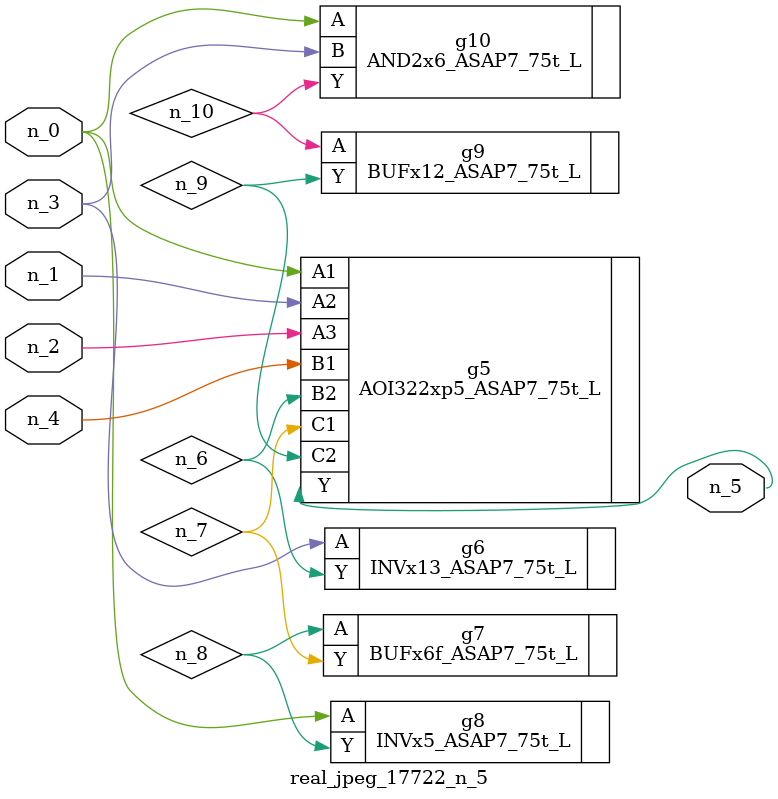
<source format=v>
module real_jpeg_17722_n_5 (n_4, n_0, n_1, n_2, n_3, n_5);

input n_4;
input n_0;
input n_1;
input n_2;
input n_3;

output n_5;

wire n_8;
wire n_6;
wire n_7;
wire n_10;
wire n_9;

AOI322xp5_ASAP7_75t_L g5 ( 
.A1(n_0),
.A2(n_1),
.A3(n_2),
.B1(n_4),
.B2(n_6),
.C1(n_7),
.C2(n_9),
.Y(n_5)
);

INVx5_ASAP7_75t_L g8 ( 
.A(n_0),
.Y(n_8)
);

AND2x6_ASAP7_75t_L g10 ( 
.A(n_0),
.B(n_3),
.Y(n_10)
);

INVx13_ASAP7_75t_L g6 ( 
.A(n_3),
.Y(n_6)
);

BUFx6f_ASAP7_75t_L g7 ( 
.A(n_8),
.Y(n_7)
);

BUFx12_ASAP7_75t_L g9 ( 
.A(n_10),
.Y(n_9)
);


endmodule
</source>
